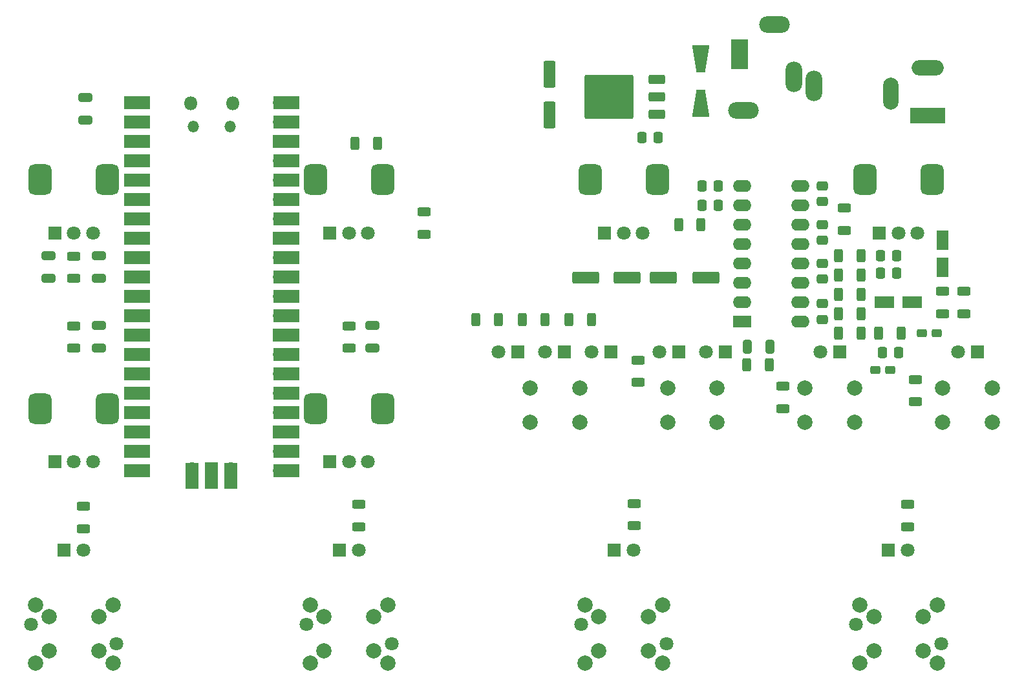
<source format=gbr>
%TF.GenerationSoftware,KiCad,Pcbnew,8.0.5*%
%TF.CreationDate,2024-11-14T08:46:23+01:00*%
%TF.ProjectId,VCO_RPIpico,56434f5f-5250-4497-9069-636f2e6b6963,0*%
%TF.SameCoordinates,Original*%
%TF.FileFunction,Soldermask,Bot*%
%TF.FilePolarity,Negative*%
%FSLAX46Y46*%
G04 Gerber Fmt 4.6, Leading zero omitted, Abs format (unit mm)*
G04 Created by KiCad (PCBNEW 8.0.5) date 2024-11-14 08:46:23*
%MOMM*%
%LPD*%
G01*
G04 APERTURE LIST*
G04 Aperture macros list*
%AMRoundRect*
0 Rectangle with rounded corners*
0 $1 Rounding radius*
0 $2 $3 $4 $5 $6 $7 $8 $9 X,Y pos of 4 corners*
0 Add a 4 corners polygon primitive as box body*
4,1,4,$2,$3,$4,$5,$6,$7,$8,$9,$2,$3,0*
0 Add four circle primitives for the rounded corners*
1,1,$1+$1,$2,$3*
1,1,$1+$1,$4,$5*
1,1,$1+$1,$6,$7*
1,1,$1+$1,$8,$9*
0 Add four rect primitives between the rounded corners*
20,1,$1+$1,$2,$3,$4,$5,0*
20,1,$1+$1,$4,$5,$6,$7,0*
20,1,$1+$1,$6,$7,$8,$9,0*
20,1,$1+$1,$8,$9,$2,$3,0*%
%AMOutline4P*
0 Free polygon, 4 corners , with rotation*
0 The origin of the aperture is its center*
0 number of corners: always 4*
0 $1 to $8 corner X, Y*
0 $9 Rotation angle, in degrees counterclockwise*
0 create outline with 4 corners*
4,1,4,$1,$2,$3,$4,$5,$6,$7,$8,$1,$2,$9*%
G04 Aperture macros list end*
%ADD10Outline4P,-1.800000X-1.150000X1.800000X-0.550000X1.800000X0.550000X-1.800000X1.150000X270.000000*%
%ADD11Outline4P,-1.800000X-1.150000X1.800000X-0.550000X1.800000X0.550000X-1.800000X1.150000X90.000000*%
%ADD12R,1.800000X1.800000*%
%ADD13C,1.800000*%
%ADD14RoundRect,0.750000X0.750000X-1.250000X0.750000X1.250000X-0.750000X1.250000X-0.750000X-1.250000X0*%
%ADD15C,2.000000*%
%ADD16O,2.200000X4.000000*%
%ADD17O,4.000000X2.200000*%
%ADD18R,2.200000X4.000000*%
%ADD19R,4.600000X2.000000*%
%ADD20O,4.200000X2.000000*%
%ADD21O,2.000000X4.200000*%
%ADD22RoundRect,0.250000X1.500000X0.550000X-1.500000X0.550000X-1.500000X-0.550000X1.500000X-0.550000X0*%
%ADD23RoundRect,0.250000X0.312500X0.625000X-0.312500X0.625000X-0.312500X-0.625000X0.312500X-0.625000X0*%
%ADD24RoundRect,0.250000X0.650000X-0.325000X0.650000X0.325000X-0.650000X0.325000X-0.650000X-0.325000X0*%
%ADD25RoundRect,0.250000X-0.625000X0.312500X-0.625000X-0.312500X0.625000X-0.312500X0.625000X0.312500X0*%
%ADD26RoundRect,0.250000X-0.312500X-0.625000X0.312500X-0.625000X0.312500X0.625000X-0.312500X0.625000X0*%
%ADD27RoundRect,0.250000X0.550000X-1.050000X0.550000X1.050000X-0.550000X1.050000X-0.550000X-1.050000X0*%
%ADD28RoundRect,0.250000X0.337500X0.475000X-0.337500X0.475000X-0.337500X-0.475000X0.337500X-0.475000X0*%
%ADD29RoundRect,0.250000X0.475000X-0.337500X0.475000X0.337500X-0.475000X0.337500X-0.475000X-0.337500X0*%
%ADD30RoundRect,0.250000X-0.550000X1.500000X-0.550000X-1.500000X0.550000X-1.500000X0.550000X1.500000X0*%
%ADD31RoundRect,0.250000X0.625000X-0.312500X0.625000X0.312500X-0.625000X0.312500X-0.625000X-0.312500X0*%
%ADD32R,2.400000X1.600000*%
%ADD33O,2.400000X1.600000*%
%ADD34RoundRect,0.250000X-1.050000X-0.550000X1.050000X-0.550000X1.050000X0.550000X-1.050000X0.550000X0*%
%ADD35RoundRect,0.250000X-0.325000X-0.650000X0.325000X-0.650000X0.325000X0.650000X-0.325000X0.650000X0*%
%ADD36RoundRect,0.250000X-0.337500X-0.475000X0.337500X-0.475000X0.337500X0.475000X-0.337500X0.475000X0*%
%ADD37RoundRect,0.250000X0.400000X0.275000X-0.400000X0.275000X-0.400000X-0.275000X0.400000X-0.275000X0*%
%ADD38RoundRect,0.250000X-0.650000X0.325000X-0.650000X-0.325000X0.650000X-0.325000X0.650000X0.325000X0*%
%ADD39O,1.800000X1.800000*%
%ADD40O,1.500000X1.500000*%
%ADD41O,1.700000X1.700000*%
%ADD42R,3.500000X1.700000*%
%ADD43R,1.700000X1.700000*%
%ADD44R,1.700000X3.500000*%
%ADD45RoundRect,0.250000X-0.475000X0.337500X-0.475000X-0.337500X0.475000X-0.337500X0.475000X0.337500X0*%
%ADD46RoundRect,0.250000X-0.400000X-0.275000X0.400000X-0.275000X0.400000X0.275000X-0.400000X0.275000X0*%
%ADD47RoundRect,0.250000X0.850000X0.350000X-0.850000X0.350000X-0.850000X-0.350000X0.850000X-0.350000X0*%
%ADD48RoundRect,0.249997X2.950003X2.650003X-2.950003X2.650003X-2.950003X-2.650003X2.950003X-2.650003X0*%
G04 APERTURE END LIST*
D10*
%TO.C,D20*%
X139060000Y-48598000D03*
D11*
X139060000Y-54398000D03*
%TD*%
D12*
%TO.C,D6*%
X127736000Y-113008000D03*
D13*
X130276000Y-113008000D03*
%TD*%
D12*
%TO.C,R14*%
X54500000Y-101450000D03*
D13*
X57000000Y-101450000D03*
X59500000Y-101450000D03*
D14*
X52600000Y-94450000D03*
X61400000Y-94450000D03*
%TD*%
D15*
%TO.C,SW4*%
X125750000Y-121750000D03*
X132250000Y-121750000D03*
X125750000Y-126250000D03*
X132250000Y-126250000D03*
%TD*%
%TO.C,SW6*%
X53750000Y-121750000D03*
X60250000Y-121750000D03*
X53750000Y-126250000D03*
X60250000Y-126250000D03*
%TD*%
D12*
%TO.C,D10*%
X121269000Y-87000000D03*
D13*
X118729000Y-87000000D03*
%TD*%
D12*
%TO.C,D7*%
X163677000Y-113008000D03*
D13*
X166217000Y-113008000D03*
%TD*%
D12*
%TO.C,D1*%
X142351000Y-87000000D03*
D13*
X139811000Y-87000000D03*
%TD*%
D15*
%TO.C,sw9*%
X62100000Y-120200000D03*
X51940000Y-120200000D03*
X62100000Y-127820000D03*
X51940000Y-127820000D03*
D13*
X51412000Y-122740000D03*
X62588000Y-125280000D03*
%TD*%
D12*
%TO.C,D11*%
X127365000Y-87000000D03*
D13*
X124825000Y-87000000D03*
%TD*%
D12*
%TO.C,RV5*%
X90500000Y-71450000D03*
D13*
X93000000Y-71450000D03*
X95500000Y-71450000D03*
D14*
X88600000Y-64450000D03*
X97400000Y-64450000D03*
%TD*%
D15*
%TO.C,sw10*%
X98100000Y-120200000D03*
X87940000Y-120200000D03*
X98100000Y-127820000D03*
X87940000Y-127820000D03*
D13*
X87412000Y-122740000D03*
X98588000Y-125280000D03*
%TD*%
D15*
%TO.C,sw12*%
X170100000Y-120200000D03*
X159940000Y-120200000D03*
X170100000Y-127820000D03*
X159940000Y-127820000D03*
D13*
X159412000Y-122740000D03*
X170588000Y-125280000D03*
%TD*%
D12*
%TO.C,RV4*%
X126500000Y-71450000D03*
D13*
X129000000Y-71450000D03*
X131500000Y-71450000D03*
D14*
X124600000Y-64450000D03*
X133400000Y-64450000D03*
%TD*%
D15*
%TO.C,sw11*%
X134100000Y-120200000D03*
X123940000Y-120200000D03*
X134100000Y-127820000D03*
X123940000Y-127820000D03*
D13*
X123412000Y-122740000D03*
X134588000Y-125280000D03*
%TD*%
D16*
%TO.C,J1*%
X153948000Y-52124000D03*
X151248000Y-50924000D03*
D17*
X148748000Y-44124000D03*
D18*
X144148000Y-48024000D03*
D17*
X144648000Y-55324000D03*
%TD*%
D12*
%TO.C,D8*%
X115173000Y-87000000D03*
D13*
X112633000Y-87000000D03*
%TD*%
D12*
%TO.C,R13*%
X90500000Y-101450000D03*
D13*
X93000000Y-101450000D03*
X95500000Y-101450000D03*
D14*
X88600000Y-94450000D03*
X97400000Y-94450000D03*
%TD*%
D12*
%TO.C,D9*%
X175366000Y-87000000D03*
D13*
X172826000Y-87000000D03*
%TD*%
D12*
%TO.C,R15*%
X54500000Y-71450000D03*
D13*
X57000000Y-71450000D03*
X59500000Y-71450000D03*
D14*
X52600000Y-64450000D03*
X61400000Y-64450000D03*
%TD*%
D15*
%TO.C,SW7*%
X177250000Y-96250000D03*
X170750000Y-96250000D03*
X177250000Y-91750000D03*
X170750000Y-91750000D03*
%TD*%
%TO.C,SW3*%
X161750000Y-121750000D03*
X168250000Y-121750000D03*
X161750000Y-126250000D03*
X168250000Y-126250000D03*
%TD*%
%TO.C,SW5*%
X89750000Y-121750000D03*
X96250000Y-121750000D03*
X89750000Y-126250000D03*
X96250000Y-126250000D03*
%TD*%
%TO.C,SW2*%
X123250000Y-96250000D03*
X116750000Y-96250000D03*
X123250000Y-91750000D03*
X116750000Y-91750000D03*
%TD*%
D12*
%TO.C,D5*%
X91795000Y-113008000D03*
D13*
X94335000Y-113008000D03*
%TD*%
D12*
%TO.C,D3*%
X157332000Y-87000000D03*
D13*
X154792000Y-87000000D03*
%TD*%
D12*
%TO.C,D4*%
X55727000Y-113008000D03*
D13*
X58267000Y-113008000D03*
%TD*%
D19*
%TO.C,J2*%
X168778000Y-56036000D03*
D20*
X168778000Y-49736000D03*
D21*
X163978000Y-53136000D03*
%TD*%
D15*
%TO.C,SW1*%
X141250000Y-96250000D03*
X134750000Y-96250000D03*
X141250000Y-91750000D03*
X134750000Y-91750000D03*
%TD*%
D12*
%TO.C,D2*%
X136255000Y-87000000D03*
D13*
X133715000Y-87000000D03*
%TD*%
D15*
%TO.C,SW8*%
X159250000Y-96250000D03*
X152750000Y-96250000D03*
X159250000Y-91750000D03*
X152750000Y-91750000D03*
%TD*%
D12*
%TO.C,RV6*%
X162500000Y-71450000D03*
D13*
X165000000Y-71450000D03*
X167500000Y-71450000D03*
D14*
X160600000Y-64450000D03*
X169400000Y-64450000D03*
%TD*%
D22*
%TO.C,C9*%
X139812000Y-77321000D03*
X134212000Y-77321000D03*
%TD*%
D23*
%TO.C,R2*%
X148061000Y-88751000D03*
X145136000Y-88751000D03*
%TD*%
D24*
%TO.C,C6*%
X53700000Y-77399000D03*
X53700000Y-74449000D03*
%TD*%
D25*
%TO.C,R27*%
X170794000Y-79095000D03*
X170794000Y-82020000D03*
%TD*%
D26*
%TO.C,R19*%
X136184500Y-70336000D03*
X139109500Y-70336000D03*
%TD*%
D27*
%TO.C,C23*%
X170794000Y-75946000D03*
X170794000Y-72346000D03*
%TD*%
D23*
%TO.C,R22*%
X165337000Y-84560000D03*
X162412000Y-84560000D03*
%TD*%
D28*
%TO.C,C12*%
X164973500Y-87100000D03*
X162898500Y-87100000D03*
%TD*%
D23*
%TO.C,R7*%
X112582500Y-82756000D03*
X109657500Y-82756000D03*
%TD*%
D29*
%TO.C,C22*%
X155046000Y-67309500D03*
X155046000Y-65234500D03*
%TD*%
D24*
%TO.C,C5*%
X58526000Y-56620000D03*
X58526000Y-53670000D03*
%TD*%
D23*
%TO.C,R21*%
X160064500Y-82020000D03*
X157139500Y-82020000D03*
%TD*%
D30*
%TO.C,C1*%
X119248000Y-50592000D03*
X119248000Y-55992000D03*
%TD*%
D31*
%TO.C,R29*%
X157856000Y-71072000D03*
X157856000Y-68147000D03*
%TD*%
D25*
%TO.C,R16*%
X166222000Y-107035000D03*
X166222000Y-109960000D03*
%TD*%
D32*
%TO.C,U2*%
X144515000Y-83036000D03*
D33*
X144515000Y-80496000D03*
X144515000Y-77956000D03*
X144515000Y-75416000D03*
X144515000Y-72876000D03*
X144515000Y-70336000D03*
X144515000Y-67796000D03*
X144515000Y-65256000D03*
X152135000Y-65256000D03*
X152135000Y-67796000D03*
X152135000Y-70336000D03*
X152135000Y-72876000D03*
X152135000Y-75416000D03*
X152135000Y-77956000D03*
X152135000Y-80496000D03*
X152135000Y-83036000D03*
%TD*%
D25*
%TO.C,R4*%
X93070000Y-83605500D03*
X93070000Y-86530500D03*
%TD*%
D34*
%TO.C,C21*%
X163152000Y-80496000D03*
X166752000Y-80496000D03*
%TD*%
D23*
%TO.C,R12*%
X124774500Y-82756000D03*
X121849500Y-82756000D03*
%TD*%
D35*
%TO.C,C7*%
X145189000Y-86338000D03*
X148139000Y-86338000D03*
%TD*%
D22*
%TO.C,C8*%
X129425000Y-77321000D03*
X124025000Y-77321000D03*
%TD*%
D31*
%TO.C,R17*%
X149839000Y-94466000D03*
X149839000Y-91541000D03*
%TD*%
%TO.C,R11*%
X130408000Y-109837000D03*
X130408000Y-106912000D03*
%TD*%
D25*
%TO.C,R5*%
X57002000Y-83605500D03*
X57002000Y-86530500D03*
%TD*%
D29*
%TO.C,C11*%
X155046000Y-82782000D03*
X155046000Y-80707000D03*
%TD*%
D31*
%TO.C,R9*%
X58272000Y-110214000D03*
X58272000Y-107289000D03*
%TD*%
D36*
%TO.C,C16*%
X162644500Y-74400000D03*
X164719500Y-74400000D03*
%TD*%
D23*
%TO.C,R8*%
X118662500Y-82756000D03*
X115737500Y-82756000D03*
%TD*%
D37*
%TO.C,C17*%
X163911000Y-89360000D03*
X161961000Y-89360000D03*
%TD*%
D26*
%TO.C,R25*%
X157139500Y-76940000D03*
X160064500Y-76940000D03*
%TD*%
D24*
%TO.C,C2*%
X96118000Y-86543000D03*
X96118000Y-83593000D03*
%TD*%
D28*
%TO.C,C15*%
X141351500Y-65256000D03*
X139276500Y-65256000D03*
%TD*%
D31*
%TO.C,R3*%
X130916000Y-91041000D03*
X130916000Y-88116000D03*
%TD*%
D26*
%TO.C,R28*%
X93832000Y-59668000D03*
X96757000Y-59668000D03*
%TD*%
D23*
%TO.C,R24*%
X160064500Y-79480000D03*
X157139500Y-79480000D03*
%TD*%
D38*
%TO.C,C4*%
X60304000Y-74449000D03*
X60304000Y-77399000D03*
%TD*%
D31*
%TO.C,R6*%
X57002000Y-77386500D03*
X57002000Y-74461500D03*
%TD*%
D23*
%TO.C,R20*%
X160064500Y-84560000D03*
X157139500Y-84560000D03*
%TD*%
D24*
%TO.C,C3*%
X60304000Y-86543000D03*
X60304000Y-83593000D03*
%TD*%
D31*
%TO.C,R10*%
X94340000Y-109960000D03*
X94340000Y-107035000D03*
%TD*%
D28*
%TO.C,C10*%
X133477500Y-58906000D03*
X131402500Y-58906000D03*
%TD*%
D29*
%TO.C,C20*%
X155046000Y-77469500D03*
X155046000Y-75394500D03*
%TD*%
D26*
%TO.C,R26*%
X157139500Y-74400000D03*
X160064500Y-74400000D03*
%TD*%
D39*
%TO.C,A1*%
X77761000Y-54464000D03*
D40*
X77461000Y-57494000D03*
X72611000Y-57494000D03*
D39*
X72311000Y-54464000D03*
D41*
X83926000Y-54334000D03*
D42*
X84826000Y-54334000D03*
D41*
X83926000Y-56874000D03*
D42*
X84826000Y-56874000D03*
D43*
X83926000Y-59414000D03*
D42*
X84826000Y-59414000D03*
D41*
X83926000Y-61954000D03*
D42*
X84826000Y-61954000D03*
D41*
X83926000Y-64494000D03*
D42*
X84826000Y-64494000D03*
D41*
X83926000Y-67034000D03*
D42*
X84826000Y-67034000D03*
D41*
X83926000Y-69574000D03*
D42*
X84826000Y-69574000D03*
D43*
X83926000Y-72114000D03*
D42*
X84826000Y-72114000D03*
D41*
X83926000Y-74654000D03*
D42*
X84826000Y-74654000D03*
D41*
X83926000Y-77194000D03*
D42*
X84826000Y-77194000D03*
D41*
X83926000Y-79734000D03*
D42*
X84826000Y-79734000D03*
D41*
X83926000Y-82274000D03*
D42*
X84826000Y-82274000D03*
D43*
X83926000Y-84814000D03*
D42*
X84826000Y-84814000D03*
D41*
X83926000Y-87354000D03*
D42*
X84826000Y-87354000D03*
D41*
X83926000Y-89894000D03*
D42*
X84826000Y-89894000D03*
D41*
X83926000Y-92434000D03*
D42*
X84826000Y-92434000D03*
D41*
X83926000Y-94974000D03*
D42*
X84826000Y-94974000D03*
D43*
X83926000Y-97514000D03*
D42*
X84826000Y-97514000D03*
D41*
X83926000Y-100054000D03*
D42*
X84826000Y-100054000D03*
D41*
X83926000Y-102594000D03*
D42*
X84826000Y-102594000D03*
D41*
X66146000Y-102594000D03*
D42*
X65246000Y-102594000D03*
D41*
X66146000Y-100054000D03*
D42*
X65246000Y-100054000D03*
D43*
X66146000Y-97514000D03*
D42*
X65246000Y-97514000D03*
D41*
X66146000Y-94974000D03*
D42*
X65246000Y-94974000D03*
D41*
X66146000Y-92434000D03*
D42*
X65246000Y-92434000D03*
D41*
X66146000Y-89894000D03*
D42*
X65246000Y-89894000D03*
D41*
X66146000Y-87354000D03*
D42*
X65246000Y-87354000D03*
D43*
X66146000Y-84814000D03*
D42*
X65246000Y-84814000D03*
D41*
X66146000Y-82274000D03*
D42*
X65246000Y-82274000D03*
D41*
X66146000Y-79734000D03*
D42*
X65246000Y-79734000D03*
D41*
X66146000Y-77194000D03*
D42*
X65246000Y-77194000D03*
D41*
X66146000Y-74654000D03*
D42*
X65246000Y-74654000D03*
D43*
X66146000Y-72114000D03*
D42*
X65246000Y-72114000D03*
D41*
X66146000Y-69574000D03*
D42*
X65246000Y-69574000D03*
D41*
X66146000Y-67034000D03*
D42*
X65246000Y-67034000D03*
D41*
X66146000Y-64494000D03*
D42*
X65246000Y-64494000D03*
D41*
X66146000Y-61954000D03*
D42*
X65246000Y-61954000D03*
D43*
X66146000Y-59414000D03*
D42*
X65246000Y-59414000D03*
D41*
X66146000Y-56874000D03*
D42*
X65246000Y-56874000D03*
D41*
X66146000Y-54334000D03*
D42*
X65246000Y-54334000D03*
D41*
X77576000Y-102364000D03*
D44*
X77576000Y-103264000D03*
D43*
X75036000Y-102364000D03*
D44*
X75036000Y-103264000D03*
D41*
X72496000Y-102364000D03*
D44*
X72496000Y-103264000D03*
%TD*%
D25*
%TO.C,R1*%
X102849000Y-68681000D03*
X102849000Y-71606000D03*
%TD*%
D31*
%TO.C,R23*%
X173588000Y-82020000D03*
X173588000Y-79095000D03*
%TD*%
%TO.C,R18*%
X167238000Y-93581000D03*
X167238000Y-90656000D03*
%TD*%
D36*
%TO.C,C19*%
X162644500Y-76686000D03*
X164719500Y-76686000D03*
%TD*%
D28*
%TO.C,C14*%
X141351500Y-67796000D03*
X139276500Y-67796000D03*
%TD*%
D45*
%TO.C,C13*%
X155046000Y-70336000D03*
X155046000Y-72411000D03*
%TD*%
D46*
%TO.C,C18*%
X168041000Y-84560000D03*
X169991000Y-84560000D03*
%TD*%
D47*
%TO.C,U3*%
X133338000Y-51304500D03*
X133338000Y-53584500D03*
D48*
X127038000Y-53584500D03*
D47*
X133338000Y-55864500D03*
%TD*%
M02*

</source>
